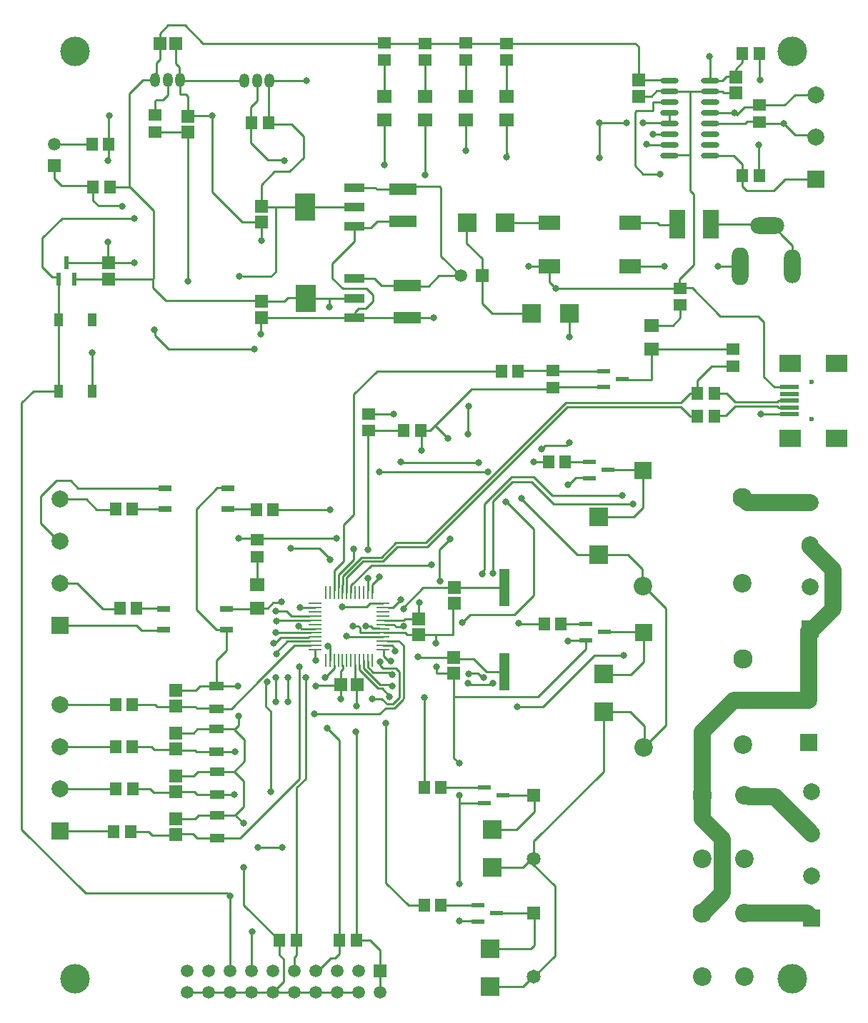
<source format=gtl>
%FSLAX44Y44*%
%MOMM*%
G71*
G01*
G75*
G04 Layer_Physical_Order=1*
G04 Layer_Color=255*
%ADD10R,1.4000X1.5000*%
%ADD11O,2.2000X0.6000*%
%ADD12R,1.6000X1.5000*%
%ADD13R,3.3000X1.4000*%
%ADD14R,1.1000X1.5000*%
%ADD15R,1.6000X0.6000*%
%ADD16R,2.3000X2.3000*%
%ADD17R,1.5000X1.4000*%
%ADD18R,1.5000X1.6000*%
%ADD19R,2.5000X2.0000*%
%ADD20R,2.3000X0.5000*%
%ADD21R,1.8000X1.6000*%
%ADD22R,2.4000X3.3000*%
%ADD23R,2.4000X1.0000*%
%ADD24R,1.9000X3.4000*%
%ADD25R,0.6000X1.5000*%
%ADD26O,0.2500X1.5500*%
%ADD27O,1.5500X0.2500*%
%ADD28R,1.5000X0.7000*%
%ADD29R,1.3000X4.5000*%
%ADD30R,2.5000X1.8000*%
%ADD31R,2.3000X2.3000*%
%ADD32R,1.7000X1.1000*%
%ADD33C,0.2540*%
%ADD34C,2.0000*%
%ADD35C,2.3000*%
%ADD36C,1.6500*%
%ADD37C,2.2000*%
%ADD38R,1.6500X1.6500*%
%ADD39R,2.0000X2.0000*%
%ADD40C,0.6000*%
%ADD41O,4.0000X2.0000*%
%ADD42O,2.0000X4.0000*%
%ADD43O,2.0000X4.5000*%
%ADD44C,1.5000*%
%ADD45R,1.5000X1.5000*%
%ADD46O,1.2000X1.7000*%
%ADD47R,1.5000X1.5000*%
%ADD48C,2.0000*%
%ADD49C,3.5000*%
%ADD50C,0.8000*%
D10*
X685452Y1132332D02*
D03*
X705452D02*
D03*
X1071212Y802640D02*
D03*
X1051212D02*
D03*
X1071212Y662432D02*
D03*
X1051212D02*
D03*
X852172Y1131824D02*
D03*
X872172D02*
D03*
X685452Y900224D02*
D03*
X705452D02*
D03*
X685452Y850392D02*
D03*
X705452D02*
D03*
X683508Y750218D02*
D03*
X703508D02*
D03*
X950682Y621016D02*
D03*
X970682D02*
D03*
X1142652Y1296162D02*
D03*
X1162652D02*
D03*
X879562Y621016D02*
D03*
X899562D02*
D03*
X1394808Y1269492D02*
D03*
X1374808D02*
D03*
X1027082Y1225550D02*
D03*
X1047082D02*
D03*
X1428126Y1527924D02*
D03*
X1448126D02*
D03*
X678529Y1514602D02*
D03*
X658528D02*
D03*
X657338Y1565148D02*
D03*
X677338D02*
D03*
X846634Y1590894D02*
D03*
X866634D02*
D03*
X1193452Y996188D02*
D03*
X1213452D02*
D03*
X1198532Y1188466D02*
D03*
X1218532D02*
D03*
X1394808Y1242822D02*
D03*
X1374808D02*
D03*
X1448634Y1673144D02*
D03*
X1428634D02*
D03*
X685988Y800786D02*
D03*
X705988D02*
D03*
X690532Y1014984D02*
D03*
X710532D02*
D03*
D11*
X1390012Y1551686D02*
D03*
Y1564386D02*
D03*
Y1577086D02*
D03*
Y1589786D02*
D03*
Y1602486D02*
D03*
Y1615186D02*
D03*
Y1627886D02*
D03*
Y1640586D02*
D03*
X1342012Y1551686D02*
D03*
Y1564386D02*
D03*
Y1577086D02*
D03*
Y1589786D02*
D03*
Y1602486D02*
D03*
Y1615186D02*
D03*
Y1627886D02*
D03*
Y1640586D02*
D03*
D12*
X858012Y1491844D02*
D03*
Y1472844D02*
D03*
X756412Y898804D02*
D03*
Y917804D02*
D03*
Y848004D02*
D03*
Y867004D02*
D03*
X1420876Y1645006D02*
D03*
Y1626006D02*
D03*
X858012Y1359814D02*
D03*
Y1378814D02*
D03*
X1305052Y1641196D02*
D03*
Y1622196D02*
D03*
X1044702Y983640D02*
D03*
Y1002640D02*
D03*
X677516Y1424632D02*
D03*
Y1405632D02*
D03*
X1086358Y937920D02*
D03*
Y956920D02*
D03*
X1087120Y1020470D02*
D03*
Y1039470D02*
D03*
X756412Y765404D02*
D03*
Y746404D02*
D03*
Y816204D02*
D03*
Y797204D02*
D03*
X770868Y1598606D02*
D03*
Y1579606D02*
D03*
D13*
X1025652Y1511504D02*
D03*
Y1473504D02*
D03*
X1030732Y1397458D02*
D03*
Y1359458D02*
D03*
D14*
X617794Y1272704D02*
D03*
Y1356704D02*
D03*
X657794D02*
D03*
Y1272704D02*
D03*
D15*
X1122222Y802522D02*
D03*
Y783522D02*
D03*
X1144222Y793022D02*
D03*
X1114938Y662540D02*
D03*
Y643540D02*
D03*
X1136938Y653040D02*
D03*
X1246993Y1188407D02*
D03*
Y1169406D02*
D03*
X1268993Y1178906D02*
D03*
X1285572Y1286510D02*
D03*
X1263572Y1277010D02*
D03*
Y1296010D02*
D03*
X1264832Y986580D02*
D03*
X1242832Y977080D02*
D03*
Y996080D02*
D03*
D16*
X1131938Y707264D02*
D03*
Y752264D02*
D03*
X1129358Y566220D02*
D03*
Y611220D02*
D03*
X1257992Y1078175D02*
D03*
Y1123174D02*
D03*
X1263992Y936754D02*
D03*
Y891754D02*
D03*
D17*
X1448754Y1591544D02*
D03*
Y1611544D02*
D03*
X1203452Y1276510D02*
D03*
Y1296510D02*
D03*
X1354582Y1394554D02*
D03*
Y1374554D02*
D03*
X1416812Y1321910D02*
D03*
Y1301910D02*
D03*
X1004134Y1665124D02*
D03*
Y1685124D02*
D03*
X1052634Y1664948D02*
D03*
Y1684948D02*
D03*
X1100734Y1685124D02*
D03*
Y1665124D02*
D03*
X1149234Y1664948D02*
D03*
Y1684948D02*
D03*
X985520Y1245456D02*
D03*
Y1225456D02*
D03*
X732648Y1599614D02*
D03*
Y1579614D02*
D03*
X852932Y1076104D02*
D03*
Y1096104D02*
D03*
D18*
X952502Y924598D02*
D03*
X971502D02*
D03*
X756768Y1685036D02*
D03*
X737768D02*
D03*
D19*
X1540033Y1305610D02*
D03*
Y1216610D02*
D03*
X1485032D02*
D03*
Y1305610D02*
D03*
D20*
X1484032Y1245110D02*
D03*
Y1253110D02*
D03*
Y1261109D02*
D03*
Y1269109D02*
D03*
Y1277110D02*
D03*
D21*
X1004080Y1594400D02*
D03*
Y1622400D02*
D03*
X1052634Y1594400D02*
D03*
Y1622400D02*
D03*
X1100934Y1594400D02*
D03*
Y1622400D02*
D03*
X1149234Y1594400D02*
D03*
Y1622400D02*
D03*
X1320292Y1350294D02*
D03*
Y1322294D02*
D03*
X852932Y1015144D02*
D03*
Y1043144D02*
D03*
D22*
X910800Y1382776D02*
D03*
X910292Y1490980D02*
D03*
D23*
X968800Y1405776D02*
D03*
Y1382776D02*
D03*
Y1359776D02*
D03*
X968292Y1513980D02*
D03*
Y1490980D02*
D03*
Y1467980D02*
D03*
D24*
X1390592Y1470152D02*
D03*
X1351592D02*
D03*
D25*
X627224Y1424632D02*
D03*
X636724Y1405632D02*
D03*
X617724D02*
D03*
D26*
X989502Y953048D02*
D03*
X984502D02*
D03*
X979502D02*
D03*
X974502D02*
D03*
X969502D02*
D03*
X964502D02*
D03*
X959502D02*
D03*
X954502D02*
D03*
X949502D02*
D03*
X944502D02*
D03*
X939502D02*
D03*
X934502D02*
D03*
Y1033548D02*
D03*
X939502D02*
D03*
X944502D02*
D03*
X949502D02*
D03*
X954502D02*
D03*
X959502D02*
D03*
X964502D02*
D03*
X969502D02*
D03*
X974502D02*
D03*
X979502D02*
D03*
X984502D02*
D03*
X989502D02*
D03*
D27*
X921752Y965798D02*
D03*
Y970798D02*
D03*
Y975798D02*
D03*
Y980798D02*
D03*
Y985798D02*
D03*
Y990798D02*
D03*
Y995798D02*
D03*
Y1000798D02*
D03*
Y1005798D02*
D03*
Y1010798D02*
D03*
Y1015798D02*
D03*
Y1020798D02*
D03*
X1002252D02*
D03*
Y1015798D02*
D03*
Y1010798D02*
D03*
Y1005798D02*
D03*
Y1000798D02*
D03*
Y995798D02*
D03*
Y990798D02*
D03*
Y985798D02*
D03*
Y980798D02*
D03*
Y975798D02*
D03*
Y970798D02*
D03*
Y965798D02*
D03*
D28*
X743852Y1132224D02*
D03*
Y1157364D02*
D03*
X818852D02*
D03*
Y1132224D02*
D03*
X817026Y1014346D02*
D03*
Y989206D02*
D03*
X742026D02*
D03*
Y1014346D02*
D03*
D29*
X1146302Y1039584D02*
D03*
Y939584D02*
D03*
D30*
X1199648Y1472529D02*
D03*
Y1420529D02*
D03*
X1295648D02*
D03*
Y1472529D02*
D03*
D31*
X1147212Y1472438D02*
D03*
X1102213D02*
D03*
X1223412Y1364487D02*
D03*
X1178412D02*
D03*
D32*
X806132Y742404D02*
D03*
Y769404D02*
D03*
X805688Y793966D02*
D03*
Y820966D02*
D03*
X805434Y844512D02*
D03*
Y871512D02*
D03*
X804926Y895606D02*
D03*
Y922606D02*
D03*
D33*
X818134Y677418D02*
X820420Y675132D01*
X574294Y1259078D02*
X587920Y1272704D01*
X617794D01*
X692404Y1492250D02*
X692912Y1491742D01*
X960270Y980798D02*
X1002252D01*
X731520Y1344930D02*
X732282Y1344168D01*
X959104Y981964D02*
X960270Y980798D01*
X975360Y985774D02*
X998220D01*
X974852Y986282D02*
X975360Y985774D01*
X974852Y986282D02*
Y991870D01*
X972820Y993902D02*
X974852Y991870D01*
X966978Y993902D02*
X972820D01*
X990600Y991108D02*
X997712D01*
X988060Y993648D02*
X990600Y991108D01*
X981964Y993648D02*
X988060D01*
X981964D02*
X984250D01*
X872236Y1131824D02*
X940054D01*
X1004062Y1540764D02*
Y1549654D01*
X1102868Y1253998D02*
X1103630Y1254760D01*
X1147572Y1140968D02*
X1148588D01*
X1180846Y1108710D01*
Y1030478D02*
Y1108710D01*
X1157986Y1007618D02*
X1180846Y1030478D01*
X1105916Y1007618D02*
X1157986D01*
X1096264Y997966D02*
X1105916Y1007618D01*
X1016762Y964438D02*
Y966978D01*
X1012942Y970798D02*
X1016762Y966978D01*
X1002252Y970798D02*
X1012942D01*
X1044296Y956920D02*
X1086358D01*
X997966Y1051052D02*
Y1052576D01*
X989502Y1042588D02*
X997966Y1051052D01*
X989502Y1033548D02*
Y1042588D01*
X1337818Y1590548D02*
X1338072Y1590294D01*
X1310894Y1590548D02*
X1337818D01*
X1259078Y1590294D02*
X1290828D01*
X1258824Y1590040D02*
X1259078Y1590294D01*
X1258824Y1549400D02*
Y1590040D01*
X1252728Y958850D02*
X1288034D01*
X1191768Y897890D02*
X1252728Y958850D01*
X1161288Y897890D02*
X1191768D01*
X1324864Y1577340D02*
X1337818D01*
X1007364Y901192D02*
X1013968D01*
X1001014Y907542D02*
X1007364Y901192D01*
X1005523Y896302D02*
X1014792D01*
X995172Y907542D02*
X1001014D01*
X998474Y889254D02*
X1005523Y896302D01*
X1322324Y1604772D02*
Y1615186D01*
X1302766Y1604772D02*
X1322324D01*
X1301242Y1603248D02*
X1302766Y1604772D01*
X1102868Y937514D02*
X1115314D01*
X1204468Y1138936D02*
X1298702D01*
X1166114Y1145032D02*
X1166368D01*
X1132840Y1056132D02*
Y1141730D01*
X1104812Y924140D02*
X1131150D01*
X1132840Y925830D01*
X1103122D02*
X1104812Y924140D01*
X1103376Y937006D02*
X1103630D01*
X1102868Y937514D02*
X1103376Y937006D01*
X1115314Y937514D02*
X1121918Y930910D01*
X1014222Y936752D02*
Y937514D01*
X921258Y889254D02*
X998474D01*
X1148842Y1555750D02*
X1149234Y1555358D01*
X1149350Y1555242D01*
X1149234Y1555358D02*
Y1594400D01*
X1148842Y1550416D02*
Y1555750D01*
X1149350Y1551178D02*
Y1555242D01*
X938951Y970280D02*
X939502Y969728D01*
X938951Y970280D02*
X939038D01*
X937514D02*
X938951D01*
X939502Y953048D02*
Y969728D01*
X1100934Y1558036D02*
Y1594400D01*
X904494Y1015798D02*
X921752D01*
X1052634Y1529842D02*
Y1594400D01*
X1004080Y1549890D02*
Y1594400D01*
X1163574Y996188D02*
X1193452D01*
X984504Y1036320D02*
Y1050544D01*
X1023620Y1188720D02*
X1024382Y1187958D01*
X1114298D01*
X1181354Y1188466D02*
X1198532D01*
X944880Y1036320D02*
Y1059942D01*
X956056Y1114044D02*
X967740Y1125728D01*
X952502Y907540D02*
Y924598D01*
X732648Y1579614D02*
X770878D01*
X881634Y1021842D02*
X881888Y1022096D01*
X872236Y1021842D02*
X881634D01*
X740156Y988314D02*
X740918Y989076D01*
X715772Y988314D02*
X740156D01*
X709822Y994264D02*
X715772Y988314D01*
X619892Y994264D02*
X709822D01*
X970682Y898758D02*
Y924200D01*
X954532Y942594D02*
Y947166D01*
X952502Y924598D02*
Y940564D01*
X944372Y943610D02*
Y946912D01*
X933450Y932688D02*
X944372Y943610D01*
X923798Y923798D02*
X952500D01*
X922528Y922528D02*
X923798Y923798D01*
X935990Y872998D02*
X950682Y858306D01*
X821162Y584816D02*
Y673374D01*
X1007364Y975868D02*
X1021334D01*
X882650Y731520D02*
X883158Y731012D01*
X853948Y731520D02*
X882650D01*
X806132Y742404D02*
X832828D01*
X827062Y769404D02*
X837438Y779780D01*
X806132Y769404D02*
X827062D01*
X822454Y895606D02*
X857084Y930236D01*
X804926Y952754D02*
X817118Y964946D01*
X865632Y1015238D02*
X872236Y1021842D01*
X858774Y1015238D02*
X865632D01*
X846074Y1566672D02*
X866140Y1546606D01*
X921752Y952768D02*
X921766Y952754D01*
X921752Y952768D02*
Y965798D01*
X875792Y986282D02*
X876554Y985520D01*
X903732Y992886D02*
X905820Y990798D01*
X921752D01*
X875284Y1011428D02*
X887984D01*
X897206Y970788D02*
X916432D01*
X857084Y930236D02*
Y930666D01*
X875538Y904240D02*
Y932942D01*
X890016Y903986D02*
Y932688D01*
X903224Y812800D02*
Y944880D01*
X910590Y812546D02*
Y933196D01*
X782066Y896112D02*
X803910D01*
X780034Y898144D02*
X782066Y896112D01*
X863854Y898398D02*
X869188Y893064D01*
Y797052D02*
Y893064D01*
X837438Y663140D02*
X879562Y621016D01*
X846562Y631170D02*
X847090Y631698D01*
X846562Y584816D02*
Y631170D01*
X900176Y802132D02*
X910590Y812546D01*
X897362Y600944D02*
X900176Y603758D01*
X897362Y584816D02*
Y600944D01*
X998962Y584816D02*
Y585704D01*
Y559416D02*
Y584816D01*
X972058Y621284D02*
X987044D01*
X999236Y609092D01*
Y585978D02*
Y609092D01*
X998962Y585704D02*
X999236Y585978D01*
X879602Y603758D02*
Y620014D01*
Y603758D02*
X884428Y598932D01*
Y571883D02*
Y598932D01*
X871962Y559416D02*
X884428Y571883D01*
X922762Y559416D02*
X923436D01*
X871962D02*
X897362D01*
X846562D02*
X871962D01*
X821162D02*
X846562D01*
X795762D02*
X821162D01*
X827786Y768604D02*
X828294D01*
X837184Y759714D01*
X837438Y663140D02*
Y707390D01*
X757682Y747014D02*
X776986D01*
X783844Y769620D02*
X805688D01*
X881634Y980440D02*
X914654D01*
X876046Y974852D02*
X881634Y980440D01*
X804926Y922782D02*
Y952754D01*
Y922606D02*
Y922782D01*
X805688Y793966D02*
X826300D01*
X837438Y779780D02*
Y810006D01*
X805434Y844512D02*
X826732D01*
X805688Y820966D02*
X826046D01*
X831088Y875792D02*
Y886968D01*
X826808Y871512D02*
X831088Y875792D01*
X804926Y922606D02*
X829994D01*
X756412Y765404D02*
X779628D01*
X783082Y821182D02*
X805434D01*
X778104Y816204D02*
X783082Y821182D01*
X756412Y816204D02*
X778104D01*
X777850Y867004D02*
X782574Y871728D01*
X756412Y867004D02*
X777850D01*
X780390Y917804D02*
X785368Y922782D01*
X756412Y917804D02*
X780390D01*
X725014Y750218D02*
X729234Y745998D01*
X703508Y750218D02*
X725014D01*
X726008Y800786D02*
X730250Y796544D01*
X804164Y794258D02*
X804672Y793750D01*
X782066Y794258D02*
X804164D01*
X778764Y797560D02*
X782066Y794258D01*
X756666Y797560D02*
X778764D01*
X730250Y796544D02*
X755650D01*
X705988Y800786D02*
X726008D01*
X806704Y845058D02*
X806958Y845312D01*
X756158Y847090D02*
X756412Y846836D01*
X727710Y850392D02*
X731012Y847090D01*
X705452Y850392D02*
X727710D01*
X732488Y900224D02*
X734568Y898144D01*
X705452Y900224D02*
X732488D01*
X683152Y750424D02*
X683260Y750316D01*
X619892Y750424D02*
X683152D01*
X619892Y800424D02*
X685476D01*
X683990Y850424D02*
X684022Y850392D01*
X619892Y850424D02*
X683990D01*
X619892Y900424D02*
X685298D01*
X945605Y600165D02*
X950722Y605282D01*
X922762Y584816D02*
X925430D01*
X940779Y600165D01*
X941070Y600456D01*
X940779Y600165D02*
X945605D01*
X1487532Y1420368D02*
Y1438548D01*
Y1420368D02*
Y1445406D01*
X1465326Y1467612D02*
X1475740Y1457198D01*
X1457706Y1467612D02*
X1465326D01*
X1433830Y1470152D02*
X1454913D01*
X1390012Y1640586D02*
X1404874D01*
X1409700Y1645412D02*
X1419606D01*
X1405992Y1626006D02*
X1420876D01*
X1404112Y1627886D02*
X1405992Y1626006D01*
X1392936Y1627886D02*
X1404112D01*
X1305052Y1622196D02*
X1320698D01*
X1326896Y1628394D01*
X1340104D01*
X1366520Y1627886D02*
X1390012D01*
X1342012Y1589662D02*
Y1589786D01*
Y1602486D01*
X1295648Y1472529D02*
X1327313D01*
X1329944Y1469898D01*
X1350772D01*
X1321976Y1321910D02*
X1416812D01*
X1399286Y1420368D02*
X1425532D01*
X1335786Y1420622D02*
X1336040Y1420368D01*
X1299464Y1420622D02*
X1335786D01*
X1322324Y1615186D02*
X1342012D01*
X1199642Y1401826D02*
X1206914Y1394554D01*
X1199642Y1401826D02*
Y1418590D01*
X1149949Y1472529D02*
X1199648D01*
X1131825Y1364487D02*
X1178412D01*
X1120140Y1376172D02*
X1131825Y1364487D01*
X1120140Y1376172D02*
Y1408684D01*
X1320292Y1286256D02*
Y1322294D01*
X1287272Y1286256D02*
X1320292D01*
X1223008Y1336550D02*
Y1361692D01*
X1450088Y1245110D02*
X1484032D01*
X1205332Y1277010D02*
X1263572D01*
X1163414Y1296510D02*
X1203452D01*
X1268993Y1178906D02*
X1269154Y1179068D01*
X1306322D01*
X1131938Y707264D02*
X1168020D01*
X1178814Y718058D01*
X1136938Y653040D02*
X1178300D01*
X1129358Y611220D02*
X1177386D01*
X1181862Y615696D01*
Y651256D01*
X1129358Y566220D02*
X1168346D01*
X1179576Y577451D01*
X1181178Y578044D02*
X1205992Y602858D01*
X1263650Y821436D02*
Y889254D01*
X1311232Y849534D02*
X1337818Y876120D01*
Y1014984D01*
X1071212Y662432D02*
X1112012D01*
X1071212Y802640D02*
X1118870D01*
X1092776Y783522D02*
X1122222D01*
X1092776Y687900D02*
Y783522D01*
Y644076D02*
X1113858D01*
X1086358Y837438D02*
X1092708Y831088D01*
Y783590D02*
Y793496D01*
X762508Y1640586D02*
X839216D01*
X1124928Y939584D02*
X1146302D01*
X1109472Y955040D02*
X1124928Y939584D01*
X1087628Y955040D02*
X1109472D01*
X1087590Y1039584D02*
X1146302D01*
X1119632Y1409192D02*
Y1429512D01*
X1101598Y1447546D02*
X1119632Y1429512D01*
X1068578Y1409192D02*
X1094232D01*
X1056132Y1396746D02*
X1068578Y1409192D01*
X995222Y1473504D02*
X1025652D01*
X988314Y1466596D02*
X995222Y1473504D01*
X970280Y1467104D02*
X970788Y1466596D01*
X995476Y1511504D02*
X1025652D01*
X993140Y1513840D02*
X995476Y1511504D01*
X970280Y1513840D02*
X993140D01*
X756768Y1661058D02*
Y1685036D01*
Y1661058D02*
X760730Y1657096D01*
X734060Y1644650D02*
Y1662176D01*
X747268Y1624076D02*
Y1641094D01*
X741172Y1617980D02*
X747268Y1624076D01*
X733806Y1617980D02*
X741172D01*
X732536Y1616710D02*
X733806Y1617980D01*
X732536Y1603502D02*
Y1616710D01*
X768604Y1624584D02*
X770868Y1622320D01*
X761492Y1624584D02*
X768604D01*
X761492D02*
Y1640078D01*
X852932Y1616710D02*
Y1640586D01*
X845820Y1609598D02*
X852932Y1616710D01*
X845820Y1592580D02*
Y1609598D01*
X1301330Y1684948D02*
X1305433Y1680845D01*
X1305814Y1680464D01*
X1389380Y1669796D02*
X1389888Y1669288D01*
Y1641348D02*
Y1669288D01*
X866648Y1640586D02*
X911606D01*
X1004134Y1623750D02*
Y1665124D01*
X1052634Y1625796D02*
Y1664948D01*
X1100734Y1624940D02*
Y1665124D01*
X1149234Y1623176D02*
Y1664948D01*
X677338Y1565148D02*
Y1599010D01*
X677672Y1599344D01*
X771906Y1599438D02*
X799592D01*
X770868Y1598606D02*
Y1622320D01*
X612728Y1565148D02*
X655320D01*
X677516Y1424632D02*
X678380D01*
X617724Y1358396D02*
Y1405632D01*
X636724D02*
X676406D01*
X910292Y1490980D02*
X968292D01*
X799592Y1508506D02*
Y1599438D01*
Y1508506D02*
X835406Y1472692D01*
X856996D01*
X858914Y1359776D02*
X968800D01*
X858012Y1378814D02*
X885546D01*
X890016Y1383284D01*
X909574D01*
X910082Y1382776D01*
X866634Y1590894D02*
X866648D01*
X866810D01*
X866648Y1590548D02*
Y1590880D01*
X866634Y1590894D02*
X866648Y1590880D01*
X1390012Y1589786D02*
X1431798D01*
X1430782Y1609598D02*
X1445768D01*
X1434338Y1592326D02*
X1447038D01*
X1421257Y1600073D02*
X1430782Y1609598D01*
X1431798Y1589786D02*
X1434338Y1592326D01*
X1448754Y1611544D02*
X1478448D01*
X1490980Y1624076D01*
X1513840D01*
X1448634Y1642546D02*
Y1673144D01*
Y1642546D02*
X1449578Y1641602D01*
X1451864Y1590040D02*
X1477010D01*
X1490980Y1576070D01*
X1512570D02*
X1515364Y1573276D01*
X1490980Y1576070D02*
X1512570D01*
X1514094D01*
X1390012Y1602486D02*
X1418336D01*
X1448054Y1528064D02*
Y1564640D01*
X987552Y1225456D02*
X1026762D01*
X1213452Y996188D02*
X1241552D01*
X1028294Y1002640D02*
X1044702D01*
X677338Y1546780D02*
Y1565148D01*
X676656Y1546098D02*
X677338Y1546780D01*
X676656Y1426464D02*
Y1449578D01*
X657794Y1272704D02*
Y1317818D01*
X657606Y1318006D02*
X657794Y1317818D01*
X627224Y1424632D02*
X675894D01*
X730250Y1406144D02*
Y1486916D01*
X729742Y1405636D02*
X730250Y1406144D01*
X1315212Y1564386D02*
X1342012D01*
X1314704Y1564894D02*
X1315212Y1564386D01*
X619892Y1144264D02*
X650754D01*
X662940Y1132078D01*
X681990D01*
X640956Y1157364D02*
X743852D01*
X705452Y1132332D02*
X737362D01*
X818852Y1132224D02*
X849484D01*
X619892Y1044264D02*
X639756D01*
X670306Y1013714D02*
X686562D01*
X639756Y1044264D02*
X670306Y1013714D01*
X710532Y1014984D02*
X737616D01*
X817026Y1014346D02*
X850008D01*
X1175419Y1420529D02*
X1199648D01*
X1033780Y1359916D02*
X1062228D01*
X1242832Y966734D02*
Y977080D01*
X1186180Y910082D02*
X1242832Y966734D01*
X1221486Y976122D02*
X1222444Y977080D01*
X1065886Y937920D02*
X1086358D01*
X1065784Y938022D02*
X1065886Y937920D01*
X858012Y1450848D02*
Y1472844D01*
X857758Y1340104D02*
Y1357884D01*
X875030Y1490980D02*
X910292D01*
X875030Y1414018D02*
Y1490980D01*
X869696Y1408684D02*
X875030Y1414018D01*
X836422Y1408684D02*
X869696D01*
X831596Y1097534D02*
X833120Y1099058D01*
X1070864Y1432560D02*
X1094232Y1409192D01*
X1070864Y1432560D02*
Y1513332D01*
X1068832Y1515364D02*
X1070864Y1513332D01*
X1028192Y1515364D02*
X1068832D01*
X1190498Y1203960D02*
X1194308Y1207770D01*
X1187766Y1204152D02*
Y1206692D01*
X1190498Y1203960D01*
X986536Y1245616D02*
X1014984D01*
X1004570Y995680D02*
X1015238D01*
X1065886Y937920D02*
Y945490D01*
X1065276Y973836D02*
Y981964D01*
X1051212Y802640D02*
Y908558D01*
X1014095Y1015873D02*
X1023620Y1025398D01*
X1044702Y1002640D02*
Y1020318D01*
X1045718Y1021334D01*
X1069340Y1046480D02*
Y1084580D01*
X1081786Y1097026D01*
X1052830Y1226058D02*
X1058258D01*
X938784Y1372616D02*
X939038Y1372362D01*
X1048004Y1202436D02*
Y1221994D01*
X1232971Y1078175D02*
X1257992D01*
X1167765Y1143381D02*
X1232971Y1078175D01*
X998728Y1176782D02*
X1126490D01*
X998220Y1176274D02*
X998728Y1176782D01*
X1101598Y1447546D02*
Y1472438D01*
Y1474724D01*
X1418336Y1602486D02*
X1418590D01*
X1418336D02*
X1418590Y1602232D01*
X1454913Y1470152D02*
X1457114Y1467950D01*
X1457706Y1467358D01*
X846074Y1566672D02*
Y1590894D01*
Y1593088D01*
X866140Y1546606D02*
X885190D01*
X887730D01*
X950682Y621016D02*
Y858306D01*
X950722Y605282D02*
Y622046D01*
X734568Y898144D02*
X756412D01*
X780034D01*
X804926Y895606D02*
X822454D01*
X857084Y930666D02*
X897206Y970788D01*
X731012Y847090D02*
X756158D01*
X781558Y845058D02*
X805434D01*
X756412Y846836D02*
X779780D01*
X781558Y845058D01*
X805434D02*
X806704D01*
X876046Y962660D02*
X889254Y975868D01*
X916178D01*
X755650Y796544D02*
X756361Y797255D01*
X756666Y797560D01*
X776986Y747014D02*
X782066Y741934D01*
X807212D01*
X729234Y745998D02*
X756666D01*
X757682Y747014D01*
X832828Y742404D02*
X903224Y812800D01*
Y944880D02*
X903478Y945134D01*
X900176Y603758D02*
Y802132D01*
X863854Y898398D02*
Y927862D01*
X617794Y1274892D02*
Y1356704D01*
X1203350Y1296010D02*
X1203452D01*
X1263572D01*
X770362Y559416D02*
X795762D01*
X779628Y765404D02*
X783844Y769620D01*
X826046Y820966D02*
X826262Y821182D01*
X805434Y871512D02*
X826808D01*
X923436Y559416D02*
X923798Y559054D01*
X897362Y559416D02*
X922762D01*
X826262Y821182D02*
X837438Y810006D01*
X826262Y821182D02*
X838454Y833374D01*
X826516Y871220D02*
X838454Y859282D01*
Y833374D02*
Y859282D01*
X675894Y1425448D02*
X676910Y1424432D01*
X760730Y1642364D02*
Y1657096D01*
X785368Y922782D02*
X804926D01*
X817118Y964946D02*
Y990092D01*
X952502Y940564D02*
X954532Y942594D01*
X1086358Y837438D02*
Y937920D01*
X1003300Y985774D02*
X1003554Y986028D01*
X1044702Y983640D02*
X1085596D01*
Y1019302D01*
X1092776Y644076D02*
X1093724Y643128D01*
X1086866Y910082D02*
X1186180D01*
X1222444Y977080D02*
X1242832D01*
X973786Y1359458D02*
X1030732D01*
X1175004Y1420114D02*
X1175419Y1420529D01*
X970788Y1466596D02*
X988314D01*
X1206914Y1394554D02*
X1207262Y1394206D01*
X1206914Y1394554D02*
X1354582D01*
X1447038Y1361440D02*
X1453898Y1354579D01*
X1343152Y1552448D02*
X1366520D01*
X1342390Y1627886D02*
X1366520D01*
Y1510284D02*
Y1552448D01*
Y1510284D02*
X1370838Y1505966D01*
X1366520Y1552448D02*
Y1627886D01*
X853948Y1097788D02*
X946658D01*
X858520Y1490980D02*
X875030D01*
X866648Y1590894D02*
Y1640586D01*
X1205992Y602858D02*
Y685292D01*
X1178687Y712597D02*
X1205992Y685292D01*
X1181178Y717865D02*
Y738964D01*
X1263650Y821436D01*
X1312926Y1039876D02*
X1337818Y1014984D01*
X1404874Y1640586D02*
X1409700Y1645412D01*
X938784Y1372616D02*
Y1382776D01*
X970682Y621016D02*
Y868426D01*
X679704Y1514602D02*
X701040D01*
X701802Y1515364D02*
X730250Y1486916D01*
X701040Y1514602D02*
X701802Y1515364D01*
X734060Y1662176D02*
X737768Y1665884D01*
X910844Y1382776D02*
X938784D01*
X968800D01*
X737768Y1665884D02*
Y1685036D01*
X1047449Y1226011D02*
X1052830D01*
X1064260Y1231646D02*
X1079246Y1216660D01*
X1305052Y1641196D02*
X1338732D01*
X1149234Y1684948D02*
X1301330D01*
X1305433Y1641983D02*
Y1680845D01*
X685476Y800424D02*
X685551Y800349D01*
X685800Y800100D01*
X1218532Y1188466D02*
X1245108D01*
X1015238Y995680D02*
X1018286Y992632D01*
X1026668Y1014476D02*
Y1016000D01*
X1050138Y1039470D02*
X1087120D01*
X1026668Y1016000D02*
X1050138Y1039470D01*
X1000302Y1397458D02*
X1030732D01*
X1030224Y1396746D02*
X1056132D01*
X685476Y800424D02*
X685800Y800100D01*
X1144222Y793022D02*
X1181828D01*
X677418Y1405636D02*
X729742D01*
X866648Y1590880D02*
Y1590894D01*
Y1590880D02*
X869266Y1588262D01*
X831596Y1097534D02*
X852932D01*
X923798Y559054D02*
X974598D01*
X676910Y1424432D02*
X707390D01*
X782574Y871728D02*
X806450D01*
X1449324Y1592580D02*
X1451864Y1590040D01*
X1203350Y1296010D02*
X1263572D01*
X863854Y898398D02*
Y927862D01*
X756666Y745998D02*
X757682Y747014D01*
X755650Y796544D02*
X756666Y797560D01*
X756412Y846836D02*
X779780D01*
X781558Y845058D02*
X806704D01*
X734568Y898144D02*
X780034D01*
X866140Y1546606D02*
X887730D01*
X846074Y1566672D02*
Y1593088D01*
X1454913Y1470152D02*
X1457706Y1467358D01*
X1475740Y1457198D02*
X1487532Y1445406D01*
X1390592Y1470152D02*
X1433830D01*
X1418336Y1602486D02*
X1418590D01*
X1101598Y1447546D02*
Y1474724D01*
X1301242Y1539494D02*
Y1603248D01*
Y1539494D02*
X1310894Y1529842D01*
X1330960D01*
X1202690Y1148842D02*
X1285748D01*
X1286002Y1149096D01*
X1221994Y1161034D02*
X1222248D01*
X1230884Y1169670D01*
X1245108D01*
Y1170432D01*
X1257992Y1123174D02*
X1299196D01*
X1310640Y1134618D01*
Y1176020D01*
X1311402Y1176782D01*
X1119632Y1056132D02*
X1121664D01*
X1122934Y1060704D02*
Y1138936D01*
X1120394Y1058164D02*
X1122934Y1060704D01*
X1120394Y1057402D02*
Y1058164D01*
Y1057402D02*
X1121664Y1056132D01*
X1008253Y1015873D02*
X1014095D01*
X1030732Y983488D02*
X1043432D01*
X1018286Y992632D02*
X1026668D01*
X1003300Y985774D02*
X1028446D01*
X1030732Y983488D01*
X1026668Y992632D02*
X1027684Y993648D01*
X1027938D01*
X1026572Y1000918D02*
X1028294Y1002640D01*
X1004316Y1000760D02*
X1004474Y1000918D01*
X1026572D01*
X1002792Y958596D02*
Y965708D01*
Y958596D02*
X1008634Y952754D01*
X1009142D01*
X1021334Y975868D02*
X1026668Y970534D01*
Y908179D02*
Y970534D01*
X1013968Y901192D02*
X1021588Y908812D01*
X1014792Y896302D02*
X1015141Y896652D01*
X1015848D01*
X1026128Y906932D01*
Y907639D01*
X1026668Y908179D01*
X1021588Y908812D02*
Y939546D01*
X1012698Y939038D02*
X1014222Y937514D01*
X1002667Y943864D02*
X1017270D01*
X1021588Y939546D01*
X995170Y907540D02*
X995172Y907542D01*
X995168D02*
X995170Y907540D01*
X989838Y907542D02*
X995168D01*
X969518Y925364D02*
X970682Y924200D01*
X969518Y925364D02*
Y947674D01*
X1001498Y920012D02*
X1011174Y910336D01*
X974598Y942086D02*
Y948436D01*
Y942086D02*
X996672Y920012D01*
X1001498D01*
X1013722Y924552D02*
X1014222Y924052D01*
X979502Y943735D02*
X998686Y924552D01*
X1013722D01*
X990620Y939038D02*
X1012698D01*
X979502Y943735D02*
Y953048D01*
X984504Y945154D02*
X990620Y939038D01*
X984504Y945154D02*
Y952090D01*
X921766Y952754D02*
X922528Y953516D01*
X770878Y1402600D02*
Y1579614D01*
X940054Y1072642D02*
X940562D01*
X1471168Y1253110D02*
X1484032D01*
X1469438Y1254839D02*
X1471168Y1253110D01*
Y1261109D02*
X1484032D01*
X1420114Y1254839D02*
X1469438D01*
X1102868Y1221486D02*
Y1253998D01*
X1107026Y1274826D02*
X1198118D01*
X1058258Y1226058D02*
X1107026Y1274826D01*
X1366520Y1242822D02*
X1374808D01*
X1355455Y1253887D02*
X1366520Y1242822D01*
Y1269492D02*
X1374808D01*
X1355455Y1258427D02*
X1366520Y1269492D01*
X1178814Y1164590D02*
X1204468Y1138936D01*
X1180846Y1170686D02*
X1202690Y1148842D01*
X1219962Y1207770D02*
X1223518Y1211326D01*
X1194308Y1207770D02*
X1219962D01*
X1132840Y1141730D02*
X1155700Y1164590D01*
X1178814D01*
X1122934Y1138936D02*
X1154684Y1170686D01*
X1180846D01*
X852932Y1043144D02*
Y1073404D01*
X944880Y1059942D02*
X956056Y1071118D01*
X892810Y1086104D02*
X927100D01*
X940562Y1072642D01*
X956056Y1071118D02*
Y1114044D01*
X984758Y1223518D02*
X985520Y1224280D01*
X1019556Y1087914D02*
X1055148D01*
X984758Y1084326D02*
Y1223518D01*
X954532Y1017016D02*
X955294Y1016254D01*
X982726D01*
X987270Y1020798D01*
X1002252D01*
Y1070610D02*
X1019556Y1087914D01*
X978662Y1070610D02*
X1002252D01*
X1059466Y1066070D02*
X1059942Y1066546D01*
X988854Y1066070D02*
X1059466D01*
X1000371Y1075150D02*
X1017675Y1092454D01*
X964502Y1033548D02*
Y1041718D01*
X988854Y1066070D01*
X959272Y1051220D02*
X978662Y1070610D01*
X959272Y1042900D02*
Y1051220D01*
X954732Y1053101D02*
X976781Y1075150D01*
X954732Y1042900D02*
Y1053101D01*
X967486Y1072275D02*
Y1084834D01*
X949706Y1054495D02*
X967486Y1072275D01*
X949706Y1039368D02*
Y1054495D01*
X959272Y1042900D02*
X959502Y1042670D01*
Y1033548D02*
Y1042670D01*
X954502D02*
X954732Y1042900D01*
X954502Y1033548D02*
Y1042670D01*
X1221121Y1253887D02*
X1355455D01*
X1055148Y1087914D02*
X1221121Y1253887D01*
X1219240Y1258427D02*
X1355455D01*
X1053268Y1092454D02*
X1219240Y1258427D01*
X1017675Y1092454D02*
X1053268D01*
X976781Y1075150D02*
X1000371D01*
X1374808Y1269492D02*
Y1285146D01*
X1391920Y1302258D01*
X1416304D01*
X998982Y947549D02*
X1002667Y943864D01*
X887984Y1011428D02*
X893572Y1005840D01*
X914908D01*
X901954Y992886D02*
X903732D01*
X876554Y985774D02*
X916940D01*
X901954Y992886D02*
X902462Y993394D01*
Y993648D01*
X915512Y1000918D02*
X915670Y1000760D01*
X877474Y1000918D02*
X915512D01*
X875792Y999236D02*
X877474Y1000918D01*
X574294Y752856D02*
Y1259078D01*
Y752856D02*
X649732Y677418D01*
X818134D01*
X1005586Y689356D02*
Y878840D01*
Y689356D02*
X1032510Y662432D01*
X1051212D01*
X995172Y1296162D02*
X1142652D01*
X967740Y1268730D02*
X995172Y1296162D01*
X967740Y1125728D02*
Y1268730D01*
X748284Y1322070D02*
X849630D01*
X732282Y1338072D02*
X748284Y1322070D01*
X732282Y1338072D02*
Y1344168D01*
X744728Y1380236D02*
X857504D01*
X729742Y1395222D02*
X744728Y1380236D01*
X729742Y1395222D02*
Y1405636D01*
X621792Y1477518D02*
X707390D01*
X598424Y1454150D02*
X621792Y1477518D01*
X610616Y1407414D02*
X614680D01*
X598424Y1419606D02*
X610616Y1407414D01*
X598424Y1419606D02*
Y1454150D01*
X701802Y1515364D02*
Y1625346D01*
X717550Y1641094D01*
X733552D01*
X612728Y1524682D02*
Y1539748D01*
Y1524682D02*
X621618Y1515792D01*
X655908D01*
X664972Y1492250D02*
X692404D01*
X658528Y1498694D02*
X664972Y1492250D01*
X658528Y1498694D02*
Y1514602D01*
X864362Y1589278D02*
X893572D01*
X908050Y1574800D01*
X891540Y1532890D02*
X908050Y1549400D01*
Y1574800D01*
X874014Y1532890D02*
X891540D01*
X858012Y1516888D02*
X874014Y1532890D01*
X858012Y1495552D02*
Y1516888D01*
X942384Y1423968D02*
X968292Y1449876D01*
Y1467980D01*
X942384Y1406100D02*
Y1423968D01*
X969264Y1362710D02*
Y1366266D01*
X942384Y1406100D02*
X954532Y1393952D01*
X982726D01*
X990092Y1386586D01*
Y1378712D02*
Y1386586D01*
X969264Y1366266D02*
X973836Y1370838D01*
X982218D01*
X990092Y1378712D01*
X991984Y1405776D02*
X1000302Y1397458D01*
X968800Y1405776D02*
X991984D01*
X737768Y1696618D02*
X747420Y1706270D01*
X737768Y1685036D02*
Y1696618D01*
X747420Y1706270D02*
X767436D01*
X788924Y1684782D01*
X1149350D01*
X1150366Y1685798D01*
X1394068Y1551570D02*
X1418452D01*
X1428126Y1541896D01*
Y1527924D02*
Y1541896D01*
X1428496Y1515364D02*
Y1527556D01*
Y1515364D02*
X1433322Y1510538D01*
X1465834D01*
X1478678Y1523382D01*
X1515767D01*
X1320292Y1350294D02*
X1345722D01*
X1354836Y1359408D01*
Y1373886D01*
X1356106Y1394968D02*
X1368552D01*
X1402080Y1361440D01*
X1447038D01*
X1354074Y1396492D02*
Y1405636D01*
X1370838Y1422400D01*
Y1505966D01*
X1453898Y1289301D02*
Y1354579D01*
Y1289301D02*
X1466091Y1277110D01*
X1484032D01*
X1469438Y1259380D02*
X1471168Y1261109D01*
X1419812Y1259380D02*
X1469438D01*
X1409700Y1269492D02*
X1419812Y1259380D01*
X1399032Y1269492D02*
X1409700D01*
X1408858Y1243584D02*
X1420114Y1254839D01*
X1398270Y1243584D02*
X1408858D01*
X1257992Y1078175D02*
X1293169D01*
X1309933Y1061411D01*
Y1044139D02*
Y1061411D01*
X1264832Y986580D02*
X1311232D01*
X1264832D02*
X1312374D01*
X1264666Y936498D02*
X1295908D01*
X1311232Y951822D01*
Y986534D01*
X1263992Y891754D02*
X1295694D01*
X1312164Y875284D01*
Y850900D02*
Y875284D01*
X1131938Y752264D02*
X1160696D01*
X1181946Y773514D01*
Y791888D01*
X804796Y989206D02*
X817026D01*
X781174Y1012828D02*
X804796Y989206D01*
X805818Y1157608D02*
X819534D01*
X781174Y1132964D02*
X805818Y1157608D01*
X781174Y1012828D02*
Y1132964D01*
X596646Y1115314D02*
X617728Y1094232D01*
Y1093978D02*
Y1094232D01*
X631952Y1166368D02*
X640956Y1157364D01*
X596646Y1115314D02*
Y1147826D01*
X615188Y1166368D01*
X631952D01*
X1420876Y1645920D02*
Y1654556D01*
X1428634Y1662314D01*
Y1673144D01*
D34*
X1434090Y1140454D02*
X1508892D01*
Y1087496D02*
Y1090454D01*
Y1087496D02*
X1535430Y1060958D01*
Y1013714D02*
Y1060958D01*
X1512316Y990600D02*
X1535430Y1013714D01*
X1404620Y676910D02*
Y741426D01*
X1466760Y791464D02*
X1510670Y747554D01*
X1436370Y791464D02*
X1466760D01*
X1505190Y653034D02*
X1510670Y647554D01*
X1434084Y653034D02*
X1505190D01*
X1383792Y656082D02*
X1404620Y676910D01*
X1380998Y765048D02*
X1404620Y741426D01*
X1380998Y868426D02*
X1418336Y905764D01*
X1503680D01*
X1507114Y905580D02*
Y988192D01*
X1380998Y765048D02*
Y792864D01*
Y868426D01*
D35*
X1381178Y792864D02*
D03*
Y653044D02*
D03*
X1428312Y1146035D02*
D03*
X1429232Y954534D02*
D03*
D36*
X1181178Y717865D02*
D03*
Y578044D02*
D03*
D37*
X1431178Y792864D02*
D03*
Y717865D02*
D03*
X1381178D02*
D03*
X1431178Y653044D02*
D03*
Y578044D02*
D03*
X1381178D02*
D03*
X1428312Y1044535D02*
D03*
X1310312Y1041035D02*
D03*
X1429232Y853034D02*
D03*
X1311232Y849534D02*
D03*
D38*
X1181178Y792864D02*
D03*
Y653044D02*
D03*
D39*
X1310312Y1178035D02*
D03*
X1311232Y986534D02*
D03*
X1508892Y990454D02*
D03*
X1510670Y647554D02*
D03*
X619892Y994264D02*
D03*
Y750424D02*
D03*
X1515767Y1523382D02*
D03*
X1507114Y855580D02*
D03*
D40*
X1510033Y1283110D02*
D03*
Y1239110D02*
D03*
D41*
X1457532Y1468368D02*
D03*
D42*
X1487532Y1420368D02*
D03*
D43*
X1425532D02*
D03*
D44*
X770362Y559416D02*
D03*
Y584816D02*
D03*
X795762Y559416D02*
D03*
Y584816D02*
D03*
X821162Y559416D02*
D03*
Y584816D02*
D03*
X846562Y559416D02*
D03*
Y584816D02*
D03*
X871962Y559416D02*
D03*
Y584816D02*
D03*
X897362Y559416D02*
D03*
Y584816D02*
D03*
X922762Y559416D02*
D03*
Y584816D02*
D03*
X948162Y559416D02*
D03*
Y584816D02*
D03*
X973562Y559416D02*
D03*
Y584816D02*
D03*
X998962Y559416D02*
D03*
X612728Y1565148D02*
D03*
X1094232Y1409192D02*
D03*
D45*
X998962Y584816D02*
D03*
X1119632Y1409192D02*
D03*
D46*
X867664Y1640586D02*
D03*
X852932D02*
D03*
X838200D02*
D03*
X732536Y1641094D02*
D03*
X747268D02*
D03*
X762000D02*
D03*
D47*
X612728Y1539748D02*
D03*
D48*
X1508892Y1140454D02*
D03*
Y1090454D02*
D03*
Y1040454D02*
D03*
X1510670Y797554D02*
D03*
Y747554D02*
D03*
Y697555D02*
D03*
X619892Y1144264D02*
D03*
Y1094265D02*
D03*
Y1044264D02*
D03*
Y900424D02*
D03*
Y850424D02*
D03*
Y800424D02*
D03*
X1515767Y1623382D02*
D03*
Y1573382D02*
D03*
X1507114Y905580D02*
D03*
D49*
X637532Y575664D02*
D03*
X1487532D02*
D03*
Y1675664D02*
D03*
X637532D02*
D03*
D50*
X692912Y1491742D02*
D03*
X731520Y1344930D02*
D03*
X849630Y1322070D02*
D03*
X892810Y1086104D02*
D03*
X959104Y981964D02*
D03*
X966978Y993902D02*
D03*
X998728Y951484D02*
D03*
X940054Y1131824D02*
D03*
X954278Y1016254D02*
D03*
X1004062Y1540764D02*
D03*
X1103630Y1254760D02*
D03*
X1102868Y1221486D02*
D03*
X1147572Y1140968D02*
D03*
X1096264Y997966D02*
D03*
X1016762Y964438D02*
D03*
X1043940Y957326D02*
D03*
X1052576Y1528826D02*
D03*
X1310894Y1590548D02*
D03*
X1290828Y1590294D02*
D03*
X1259078D02*
D03*
X1258824Y1549400D02*
D03*
X1288034Y958850D02*
D03*
X1161288Y897890D02*
D03*
X1330960Y1529842D02*
D03*
X1322070Y1576832D02*
D03*
X1314704Y1564894D02*
D03*
X1298702Y1138936D02*
D03*
X1132840Y1056132D02*
D03*
Y925830D02*
D03*
X1103122D02*
D03*
X1012952Y923036D02*
D03*
X1103630Y937006D02*
D03*
X1286002Y1149096D02*
D03*
X1121918Y932942D02*
D03*
X1013206Y936244D02*
D03*
X1148842Y1550416D02*
D03*
X937514Y970280D02*
D03*
X1100836Y1558036D02*
D03*
X1163574Y997458D02*
D03*
X1059942Y1066546D02*
D03*
X1023620Y1188720D02*
D03*
X1115568Y1187958D02*
D03*
X1181354Y1188466D02*
D03*
X952502Y907540D02*
D03*
X770878Y1402600D02*
D03*
X970682Y898758D02*
D03*
X970534Y868680D02*
D03*
X933450Y932688D02*
D03*
X935990Y872998D02*
D03*
X921258Y889254D02*
D03*
X883158Y731012D02*
D03*
X853948Y731520D02*
D03*
X821162Y673374D02*
D03*
X885190Y1545590D02*
D03*
X875792Y999744D02*
D03*
X882396Y1022350D02*
D03*
X875284Y1011428D02*
D03*
X864870Y927862D02*
D03*
X869188Y797052D02*
D03*
X847090Y631698D02*
D03*
X910590Y933196D02*
D03*
X837184Y759714D02*
D03*
X837438Y707390D02*
D03*
X875538Y986536D02*
D03*
X903478Y945134D02*
D03*
X872744Y973836D02*
D03*
X890016Y932688D02*
D03*
Y903986D02*
D03*
X826300Y793966D02*
D03*
X876046Y961136D02*
D03*
X875538Y932942D02*
D03*
Y904240D02*
D03*
X826732Y844512D02*
D03*
X831088Y886968D02*
D03*
X922528Y922528D02*
D03*
X830072D02*
D03*
X1399286Y1420368D02*
D03*
X1336040D02*
D03*
X1450088Y1245110D02*
D03*
X1223008Y1336550D02*
D03*
X1092776Y687900D02*
D03*
Y644076D02*
D03*
X1092708Y831088D02*
D03*
Y793496D02*
D03*
X911606Y1640586D02*
D03*
X1389380Y1669796D02*
D03*
X677672Y1599344D02*
D03*
X799592Y1599438D02*
D03*
X1449578Y1641602D02*
D03*
X1477010Y1590040D02*
D03*
X1418590Y1602232D02*
D03*
X1448054Y1564640D02*
D03*
X676656Y1546098D02*
D03*
Y1449578D02*
D03*
X657606Y1318006D02*
D03*
X707390Y1424432D02*
D03*
Y1477518D02*
D03*
X1175004Y1420114D02*
D03*
X1062228Y1359916D02*
D03*
X1221486Y976122D02*
D03*
X1221994Y1161034D02*
D03*
X1207262Y1394206D02*
D03*
X858012Y1450848D02*
D03*
X857758Y1340104D02*
D03*
X832358Y1408938D02*
D03*
X831596Y1097534D02*
D03*
X1190498Y1203960D02*
D03*
X1014984Y1245616D02*
D03*
X1026668Y1014476D02*
D03*
X1065886Y945490D02*
D03*
X1065276Y973836D02*
D03*
X981964Y993648D02*
D03*
X1005586Y878840D02*
D03*
X1011936Y951992D02*
D03*
X1023620Y1025398D02*
D03*
X1045718Y1021334D02*
D03*
X1081786Y1097026D02*
D03*
X1079246Y1216660D02*
D03*
X939038Y1372362D02*
D03*
X1048004Y1202436D02*
D03*
X1166368Y1145032D02*
D03*
X1126490Y1176782D02*
D03*
X998220Y1176274D02*
D03*
X946912Y1097788D02*
D03*
X1051052Y909320D02*
D03*
X1119632Y1055878D02*
D03*
X1069848Y1047242D02*
D03*
X1027176Y993648D02*
D03*
X1010158Y909828D02*
D03*
X989838Y907542D02*
D03*
X922528Y953516D02*
D03*
X940054Y1072642D02*
D03*
X1223518Y1211326D02*
D03*
X967486Y1084834D02*
D03*
X984758Y1084326D02*
D03*
X984504Y1050544D02*
D03*
X997966Y1052576D02*
D03*
X904240Y1015746D02*
D03*
X902462Y993648D02*
D03*
M02*

</source>
